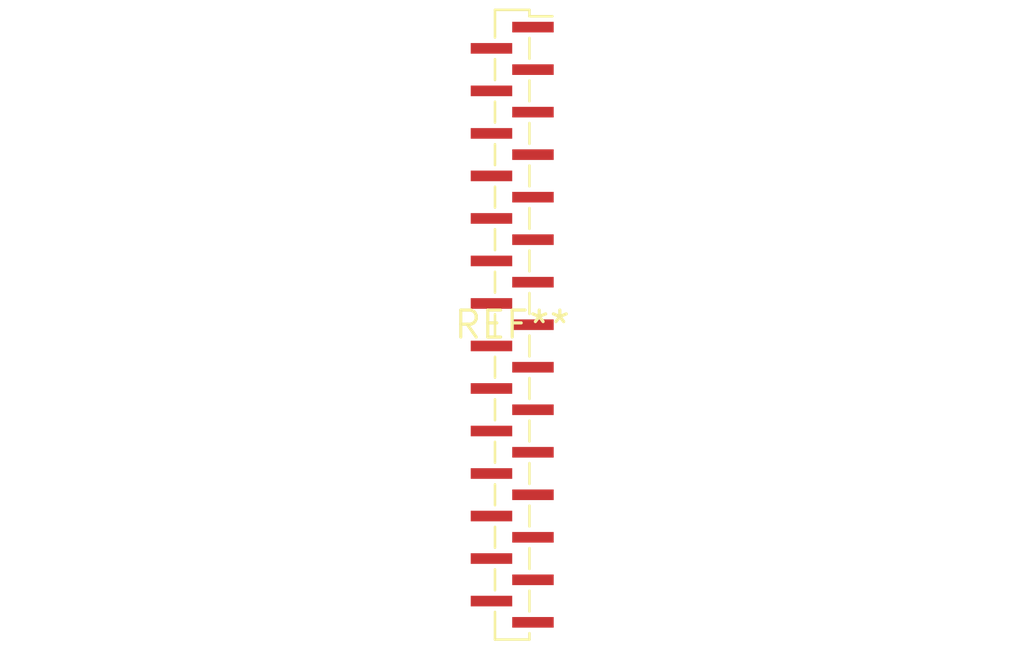
<source format=kicad_pcb>
(kicad_pcb (version 20240108) (generator pcbnew)
  (layers (0 "F.Cu" signal) (31 "B.Cu" signal) (34 "B.Paste" user) (35 "F.Paste" user) (36 "B.SilkS" user "B.Silkscreen") (37 "F.SilkS" user "F.Silkscreen") (38 "B.Mask" user) (39 "F.Mask" user) (44 "Edge.Cuts" user))
  (net 0 "")
  (footprint "PinSocket_1x29_P1.00mm_Vertical_SMD_Pin1Right" (layer "F.Cu") (at 0 0)
    (property "Reference" "REF**")
    (property "Value" "PinSocket_1x29_P1.00mm_Vertical_SMD_Pin1Right")
    (fp_line (start -0.81 -14.81) (end -0.81 -13.51) (layer "F.SilkS") (stroke (width 0.12)))
    (fp_line (start -0.81 -14.81) (end 0.81 -14.81) (layer "F.SilkS") (stroke (width 0.12)))
    (fp_line (start -0.81 -12.49) (end -0.81 -11.51) (layer "F.SilkS") (stroke (width 0.12)))
    (fp_line (start -0.81 -10.49) (end -0.81 -9.51) (layer "F.SilkS") (stroke (width 0.12)))
    (fp_line (start -0.81 -8.49) (end -0.81 -7.51) (layer "F.SilkS") (stroke (width 0.12)))
    (fp_line (start -0.81 -6.49) (end -0.81 -5.51) (layer "F.SilkS") (stroke (width 0.12)))
    (fp_line (start -0.81 -4.49) (end -0.81 -3.51) (layer "F.SilkS") (stroke (width 0.12)))
    (fp_line (start -0.81 -2.49) (end -0.81 -1.51) (layer "F.SilkS") (stroke (width 0.12)))
    (fp_line (start -0.81 -0.49) (end -0.81 0.49) (layer "F.SilkS") (stroke (width 0.12)))
    (fp_line (start -0.81 1.51) (end -0.81 2.49) (layer "F.SilkS") (stroke (width 0.12)))
    (fp_line (start -0.81 3.51) (end -0.81 4.49) (layer "F.SilkS") (stroke (width 0.12)))
    (fp_line (start -0.81 5.51) (end -0.81 6.49) (layer "F.SilkS") (stroke (width 0.12)))
    (fp_line (start -0.81 7.51) (end -0.81 8.49) (layer "F.SilkS") (stroke (width 0.12)))
    (fp_line (start -0.81 9.51) (end -0.81 10.49) (layer "F.SilkS") (stroke (width 0.12)))
    (fp_line (start -0.81 11.51) (end -0.81 12.49) (layer "F.SilkS") (stroke (width 0.12)))
    (fp_line (start -0.81 13.51) (end -0.81 14.81) (layer "F.SilkS") (stroke (width 0.12)))
    (fp_line (start -0.81 14.81) (end 0.81 14.81) (layer "F.SilkS") (stroke (width 0.12)))
    (fp_line (start 0.81 -14.81) (end 0.81 -14.51) (layer "F.SilkS") (stroke (width 0.12)))
    (fp_line (start 0.81 -14.51) (end 1.89 -14.51) (layer "F.SilkS") (stroke (width 0.12)))
    (fp_line (start 0.81 -13.49) (end 0.81 -12.51) (layer "F.SilkS") (stroke (width 0.12)))
    (fp_line (start 0.81 -11.49) (end 0.81 -10.51) (layer "F.SilkS") (stroke (width 0.12)))
    (fp_line (start 0.81 -9.49) (end 0.81 -8.51) (layer "F.SilkS") (stroke (width 0.12)))
    (fp_line (start 0.81 -7.49) (end 0.81 -6.51) (layer "F.SilkS") (stroke (width 0.12)))
    (fp_line (start 0.81 -5.49) (end 0.81 -4.51) (layer "F.SilkS") (stroke (width 0.12)))
    (fp_line (start 0.81 -3.49) (end 0.81 -2.51) (layer "F.SilkS") (stroke (width 0.12)))
    (fp_line (start 0.81 -1.49) (end 0.81 -0.51) (layer "F.SilkS") (stroke (width 0.12)))
    (fp_line (start 0.81 0.51) (end 0.81 1.49) (layer "F.SilkS") (stroke (width 0.12)))
    (fp_line (start 0.81 2.51) (end 0.81 3.49) (layer "F.SilkS") (stroke (width 0.12)))
    (fp_line (start 0.81 4.51) (end 0.81 5.49) (layer "F.SilkS") (stroke (width 0.12)))
    (fp_line (start 0.81 6.51) (end 0.81 7.49) (layer "F.SilkS") (stroke (width 0.12)))
    (fp_line (start 0.81 8.51) (end 0.81 9.49) (layer "F.SilkS") (stroke (width 0.12)))
    (fp_line (start 0.81 10.51) (end 0.81 11.49) (layer "F.SilkS") (stroke (width 0.12)))
    (fp_line (start 0.81 12.51) (end 0.81 13.49) (layer "F.SilkS") (stroke (width 0.12)))
    (fp_line (start 0.81 14.51) (end 0.81 14.81) (layer "F.SilkS") (stroke (width 0.12)))
    (pad "1" smd rect (at 0.975 -14) (size 1.95 0.5) (layers "F.Cu" "F.Paste" "F.Mask"))
    (pad "2" smd rect (at -0.975 -13) (size 1.95 0.5) (layers "F.Cu" "F.Paste" "F.Mask"))
    (pad "3" smd rect (at 0.975 -12) (size 1.95 0.5) (layers "F.Cu" "F.Paste" "F.Mask"))
    (pad "4" smd rect (at -0.975 -11) (size 1.95 0.5) (layers "F.Cu" "F.Paste" "F.Mask"))
    (pad "5" smd rect (at 0.975 -10) (size 1.95 0.5) (layers "F.Cu" "F.Paste" "F.Mask"))
    (pad "6" smd rect (at -0.975 -9) (size 1.95 0.5) (layers "F.Cu" "F.Paste" "F.Mask"))
    (pad "7" smd rect (at 0.975 -8) (size 1.95 0.5) (layers "F.Cu" "F.Paste" "F.Mask"))
    (pad "8" smd rect (at -0.975 -7) (size 1.95 0.5) (layers "F.Cu" "F.Paste" "F.Mask"))
    (pad "9" smd rect (at 0.975 -6) (size 1.95 0.5) (layers "F.Cu" "F.Paste" "F.Mask"))
    (pad "10" smd rect (at -0.975 -5) (size 1.95 0.5) (layers "F.Cu" "F.Paste" "F.Mask"))
    (pad "11" smd rect (at 0.975 -4) (size 1.95 0.5) (layers "F.Cu" "F.Paste" "F.Mask"))
    (pad "12" smd rect (at -0.975 -3) (size 1.95 0.5) (layers "F.Cu" "F.Paste" "F.Mask"))
    (pad "13" smd rect (at 0.975 -2) (size 1.95 0.5) (layers "F.Cu" "F.Paste" "F.Mask"))
    (pad "14" smd rect (at -0.975 -1) (size 1.95 0.5) (layers "F.Cu" "F.Paste" "F.Mask"))
    (pad "15" smd rect (at 0.975 0) (size 1.95 0.5) (layers "F.Cu" "F.Paste" "F.Mask"))
    (pad "16" smd rect (at -0.975 1) (size 1.95 0.5) (layers "F.Cu" "F.Paste" "F.Mask"))
    (pad "17" smd rect (at 0.975 2) (size 1.95 0.5) (layers "F.Cu" "F.Paste" "F.Mask"))
    (pad "18" smd rect (at -0.975 3) (size 1.95 0.5) (layers "F.Cu" "F.Paste" "F.Mask"))
    (pad "19" smd rect (at 0.975 4) (size 1.95 0.5) (layers "F.Cu" "F.Paste" "F.Mask"))
    (pad "20" smd rect (at -0.975 5) (size 1.95 0.5) (layers "F.Cu" "F.Paste" "F.Mask"))
    (pad "21" smd rect (at 0.975 6) (size 1.95 0.5) (layers "F.Cu" "F.Paste" "F.Mask"))
    (pad "22" smd rect (at -0.975 7) (size 1.95 0.5) (layers "F.Cu" "F.Paste" "F.Mask"))
    (pad "23" smd rect (at 0.975 8) (size 1.95 0.5) (layers "F.Cu" "F.Paste" "F.Mask"))
    (pad "24" smd rect (at -0.975 9) (size 1.95 0.5) (layers "F.Cu" "F.Paste" "F.Mask"))
    (pad "25" smd rect (at 0.975 10) (size 1.95 0.5) (layers "F.Cu" "F.Paste" "F.Mask"))
    (pad "26" smd rect (at -0.975 11) (size 1.95 0.5) (layers "F.Cu" "F.Paste" "F.Mask"))
    (pad "27" smd rect (at 0.975 12) (size 1.95 0.5) (layers "F.Cu" "F.Paste" "F.Mask"))
    (pad "28" smd rect (at -0.975 13) (size 1.95 0.5) (layers "F.Cu" "F.Paste" "F.Mask"))
    (pad "29" smd rect (at 0.975 14) (size 1.95 0.5) (layers "F.Cu" "F.Paste" "F.Mask"))
  )
)
</source>
